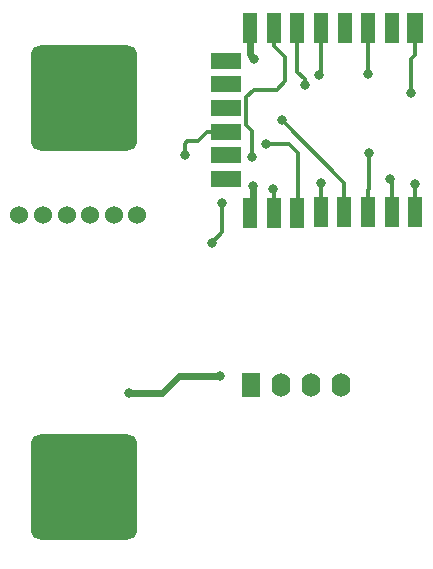
<source format=gtl>
G04 Layer_Physical_Order=1*
G04 Layer_Color=255*
%FSLAX25Y25*%
%MOIN*%
G70*
G01*
G75*
%ADD10R,0.05500X0.10000*%
%ADD11R,0.04500X0.10000*%
%ADD12R,0.10000X0.05500*%
G04:AMPARAMS|DCode=13|XSize=354.33mil|YSize=354.33mil|CornerRadius=35.43mil|HoleSize=0mil|Usage=FLASHONLY|Rotation=90.000|XOffset=0mil|YOffset=0mil|HoleType=Round|Shape=RoundedRectangle|*
%AMROUNDEDRECTD13*
21,1,0.35433,0.28346,0,0,90.0*
21,1,0.28346,0.35433,0,0,90.0*
1,1,0.07087,0.14173,0.14173*
1,1,0.07087,0.14173,-0.14173*
1,1,0.07087,-0.14173,-0.14173*
1,1,0.07087,-0.14173,0.14173*
%
%ADD13ROUNDEDRECTD13*%
%ADD14C,0.01181*%
%ADD15C,0.02362*%
%ADD16C,0.06000*%
%ADD17O,0.06299X0.07874*%
%ADD18R,0.06299X0.07874*%
%ADD19C,0.03150*%
G54D10*
X146096Y184591D02*
D03*
G54D11*
X138296D02*
D03*
X130396D02*
D03*
X122596D02*
D03*
X114596D02*
D03*
X106796D02*
D03*
X98996D02*
D03*
X91096D02*
D03*
X90996Y123091D02*
D03*
X98896D02*
D03*
X106696D02*
D03*
X114596Y123191D02*
D03*
X122496D02*
D03*
X130296D02*
D03*
X138296D02*
D03*
X146096D02*
D03*
G54D12*
X82896Y173591D02*
D03*
Y165791D02*
D03*
Y157991D02*
D03*
Y149991D02*
D03*
Y142191D02*
D03*
Y134191D02*
D03*
G54D13*
X35827Y31496D02*
D03*
Y161417D02*
D03*
G54D14*
X130296Y123191D02*
Y130690D01*
X98996Y178563D02*
Y184591D01*
X146096Y175624D02*
Y184591D01*
X144882Y174409D02*
X146096Y175624D01*
X144882Y162992D02*
Y174409D01*
X106696Y123091D02*
X107087Y123482D01*
X102756Y166929D02*
Y174803D01*
X98996Y178563D02*
X102756Y174803D01*
X114596Y169320D02*
Y184591D01*
X130315Y169291D02*
X130396Y169372D01*
Y184591D01*
X91732Y141732D02*
Y150258D01*
X89823Y161612D02*
X92325Y164114D01*
X99941D02*
X102756Y166929D01*
X92325Y164114D02*
X99941D01*
X89823Y152167D02*
Y161612D01*
X96456Y146063D02*
X103937D01*
X107087Y142913D01*
Y123482D02*
Y142913D01*
X81890Y116535D02*
Y126378D01*
X78347Y112992D02*
X81890Y116535D01*
X89823Y152167D02*
X91732Y150258D01*
X76763Y149991D02*
X82896D01*
X73622Y146850D02*
X76763Y149991D01*
X130709Y131102D02*
Y142913D01*
X130296Y130690D02*
X130709Y131102D01*
X114596Y123191D02*
Y133042D01*
X114567Y133071D02*
X114596Y133042D01*
X146096Y123191D02*
Y132644D01*
X146063Y132677D02*
X146096Y132644D01*
X98896Y123091D02*
Y130238D01*
X114173Y168898D02*
X114596Y169320D01*
X109308Y165653D02*
Y167463D01*
X106796Y169975D02*
X109308Y167463D01*
X106796Y169975D02*
Y184591D01*
X137795Y134252D02*
X138296Y133751D01*
Y123191D02*
Y133751D01*
X101575Y153937D02*
X122496Y133016D01*
Y123191D02*
Y133016D01*
X69291Y142126D02*
Y146063D01*
X70079Y146850D01*
X73622D01*
G54D15*
X92126Y124221D02*
Y131890D01*
X90996Y123091D02*
X92126Y124221D01*
X91096Y175833D02*
Y184591D01*
Y175833D02*
X92520Y174409D01*
X67323Y68504D02*
X81102D01*
X61811Y62992D02*
X67323Y68504D01*
X50787Y62992D02*
X61811D01*
G54D16*
X22047Y122441D02*
D03*
X29921D02*
D03*
X53543D02*
D03*
X14173D02*
D03*
X45669D02*
D03*
X37795D02*
D03*
G54D17*
X121339Y65748D02*
D03*
X111339D02*
D03*
X101339D02*
D03*
G54D18*
X91339D02*
D03*
G54D19*
X144882Y162992D02*
D03*
X98819Y131102D02*
D03*
X130315Y169291D02*
D03*
X92126Y131890D02*
D03*
X91732Y141732D02*
D03*
X92520Y174409D02*
D03*
X96456Y146063D02*
D03*
X29528Y33465D02*
D03*
X24409Y167323D02*
D03*
X81890Y126378D02*
D03*
X78347Y112992D02*
D03*
X130709Y142913D02*
D03*
X114567Y133071D02*
D03*
X146063Y132677D02*
D03*
X81102Y68504D02*
D03*
X50787Y62992D02*
D03*
X114173Y168898D02*
D03*
X109308Y165653D02*
D03*
X137795Y134252D02*
D03*
X101575Y153937D02*
D03*
X69291Y142126D02*
D03*
M02*

</source>
